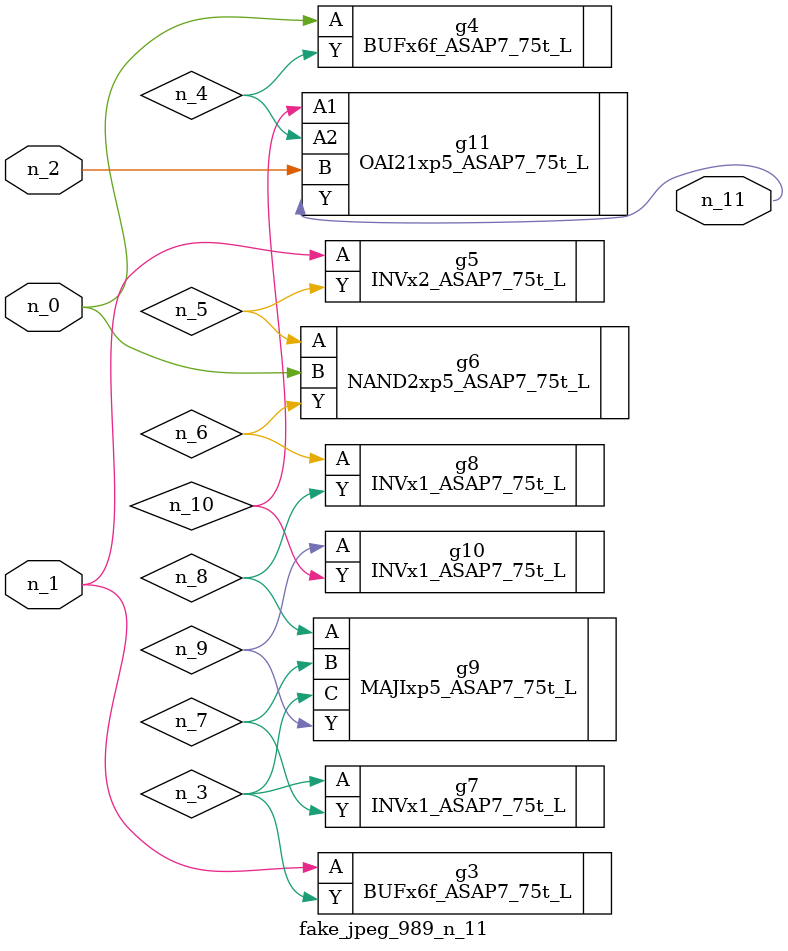
<source format=v>
module fake_jpeg_989_n_11 (n_0, n_2, n_1, n_11);

input n_0;
input n_2;
input n_1;

output n_11;

wire n_3;
wire n_10;
wire n_4;
wire n_8;
wire n_9;
wire n_6;
wire n_5;
wire n_7;

BUFx6f_ASAP7_75t_L g3 ( 
.A(n_1),
.Y(n_3)
);

BUFx6f_ASAP7_75t_L g4 ( 
.A(n_0),
.Y(n_4)
);

INVx2_ASAP7_75t_L g5 ( 
.A(n_1),
.Y(n_5)
);

NAND2xp5_ASAP7_75t_L g6 ( 
.A(n_5),
.B(n_0),
.Y(n_6)
);

INVx1_ASAP7_75t_L g8 ( 
.A(n_6),
.Y(n_8)
);

INVx1_ASAP7_75t_L g7 ( 
.A(n_3),
.Y(n_7)
);

MAJIxp5_ASAP7_75t_L g9 ( 
.A(n_8),
.B(n_7),
.C(n_3),
.Y(n_9)
);

INVx1_ASAP7_75t_L g10 ( 
.A(n_9),
.Y(n_10)
);

OAI21xp5_ASAP7_75t_L g11 ( 
.A1(n_10),
.A2(n_4),
.B(n_2),
.Y(n_11)
);


endmodule
</source>
